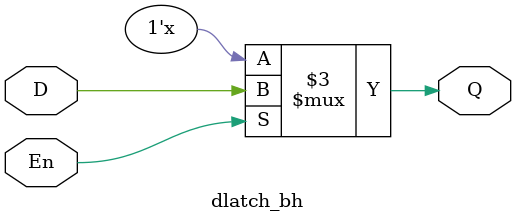
<source format=v>
module dlatch_bh (Q,D,En);
input D, En;
output reg Q;

always @(D,En) begin
    if(En)
    Q = D;
    else
    Q = Q;
end
    
endmodule
</source>
